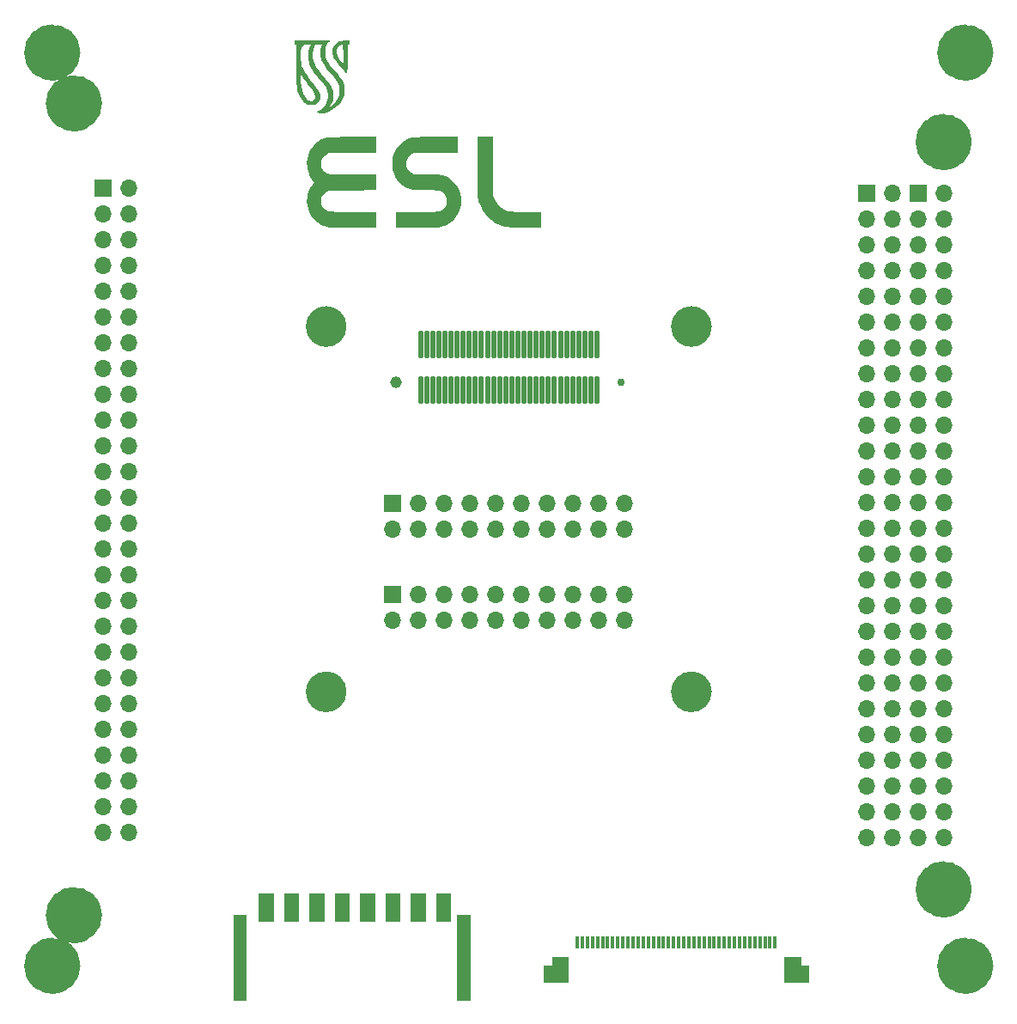
<source format=gbr>
%TF.GenerationSoftware,KiCad,Pcbnew,7.0.8*%
%TF.CreationDate,2024-04-10T10:35:42+02:00*%
%TF.ProjectId,ESLGSU_Adapter,45534c47-5355-45f4-9164-61707465722e,rev?*%
%TF.SameCoordinates,Original*%
%TF.FileFunction,Soldermask,Top*%
%TF.FilePolarity,Negative*%
%FSLAX46Y46*%
G04 Gerber Fmt 4.6, Leading zero omitted, Abs format (unit mm)*
G04 Created by KiCad (PCBNEW 7.0.8) date 2024-04-10 10:35:42*
%MOMM*%
%LPD*%
G01*
G04 APERTURE LIST*
G04 Aperture macros list*
%AMRoundRect*
0 Rectangle with rounded corners*
0 $1 Rounding radius*
0 $2 $3 $4 $5 $6 $7 $8 $9 X,Y pos of 4 corners*
0 Add a 4 corners polygon primitive as box body*
4,1,4,$2,$3,$4,$5,$6,$7,$8,$9,$2,$3,0*
0 Add four circle primitives for the rounded corners*
1,1,$1+$1,$2,$3*
1,1,$1+$1,$4,$5*
1,1,$1+$1,$6,$7*
1,1,$1+$1,$8,$9*
0 Add four rect primitives between the rounded corners*
20,1,$1+$1,$2,$3,$4,$5,0*
20,1,$1+$1,$4,$5,$6,$7,0*
20,1,$1+$1,$6,$7,$8,$9,0*
20,1,$1+$1,$8,$9,$2,$3,0*%
G04 Aperture macros list end*
%ADD10C,0.010000*%
%ADD11C,2.760000*%
%ADD12C,1.994406*%
%ADD13R,0.300000X1.200000*%
%ADD14C,3.200000*%
%ADD15R,1.700000X1.700000*%
%ADD16O,1.700000X1.700000*%
%ADD17C,2.200000*%
%ADD18C,1.150000*%
%ADD19C,0.750000*%
%ADD20RoundRect,0.102000X-0.175000X-1.225000X0.175000X-1.225000X0.175000X1.225000X-0.175000X1.225000X0*%
G04 APERTURE END LIST*
%TO.C,J1*%
D10*
X92850000Y-133562500D02*
X90450000Y-133562500D01*
X90450000Y-131962500D01*
X91250000Y-131962500D01*
X91250000Y-131162500D01*
X92850000Y-131162500D01*
X92850000Y-133562500D01*
G36*
X92850000Y-133562500D02*
G01*
X90450000Y-133562500D01*
X90450000Y-131962500D01*
X91250000Y-131962500D01*
X91250000Y-131162500D01*
X92850000Y-131162500D01*
X92850000Y-133562500D01*
G37*
X115750000Y-131962500D02*
X116550000Y-131962500D01*
X116550000Y-133562500D01*
X114150000Y-133562500D01*
X114150000Y-131162500D01*
X115750000Y-131162500D01*
X115750000Y-131962500D01*
G36*
X115750000Y-131962500D02*
G01*
X116550000Y-131962500D01*
X116550000Y-133562500D01*
X114150000Y-133562500D01*
X114150000Y-131162500D01*
X115750000Y-131162500D01*
X115750000Y-131962500D01*
G37*
%TO.C,H1*%
D11*
X43380000Y-42000000D02*
G75*
G03*
X43380000Y-42000000I-1380000J0D01*
G01*
%TO.C,H9*%
X45515000Y-127010000D02*
G75*
G03*
X45515000Y-127010000I-1380000J0D01*
G01*
%TO.C,J2*%
D10*
X61106200Y-135331200D02*
X59853800Y-135331200D01*
X59853800Y-126978800D01*
X61106200Y-126978800D01*
X61106200Y-135331200D01*
G36*
X61106200Y-135331200D02*
G01*
X59853800Y-135331200D01*
X59853800Y-126978800D01*
X61106200Y-126978800D01*
X61106200Y-135331200D01*
G37*
X63746200Y-127551200D02*
X62353800Y-127551200D01*
X62353800Y-124898800D01*
X63746200Y-124898800D01*
X63746200Y-127551200D01*
G36*
X63746200Y-127551200D02*
G01*
X62353800Y-127551200D01*
X62353800Y-124898800D01*
X63746200Y-124898800D01*
X63746200Y-127551200D01*
G37*
X66246200Y-127551200D02*
X64853800Y-127551200D01*
X64853800Y-124898800D01*
X66246200Y-124898800D01*
X66246200Y-127551200D01*
G36*
X66246200Y-127551200D02*
G01*
X64853800Y-127551200D01*
X64853800Y-124898800D01*
X66246200Y-124898800D01*
X66246200Y-127551200D01*
G37*
X68746200Y-127551200D02*
X67353800Y-127551200D01*
X67353800Y-124898800D01*
X68746200Y-124898800D01*
X68746200Y-127551200D01*
G36*
X68746200Y-127551200D02*
G01*
X67353800Y-127551200D01*
X67353800Y-124898800D01*
X68746200Y-124898800D01*
X68746200Y-127551200D01*
G37*
X71246200Y-127551200D02*
X69853800Y-127551200D01*
X69853800Y-124898800D01*
X71246200Y-124898800D01*
X71246200Y-127551200D01*
G36*
X71246200Y-127551200D02*
G01*
X69853800Y-127551200D01*
X69853800Y-124898800D01*
X71246200Y-124898800D01*
X71246200Y-127551200D01*
G37*
X73746200Y-127551200D02*
X72353800Y-127551200D01*
X72353800Y-124898800D01*
X73746200Y-124898800D01*
X73746200Y-127551200D01*
G36*
X73746200Y-127551200D02*
G01*
X72353800Y-127551200D01*
X72353800Y-124898800D01*
X73746200Y-124898800D01*
X73746200Y-127551200D01*
G37*
X76246200Y-127551200D02*
X74853800Y-127551200D01*
X74853800Y-124898800D01*
X76246200Y-124898800D01*
X76246200Y-127551200D01*
G36*
X76246200Y-127551200D02*
G01*
X74853800Y-127551200D01*
X74853800Y-124898800D01*
X76246200Y-124898800D01*
X76246200Y-127551200D01*
G37*
X78746200Y-127551200D02*
X77353800Y-127551200D01*
X77353800Y-124898800D01*
X78746200Y-124898800D01*
X78746200Y-127551200D01*
G36*
X78746200Y-127551200D02*
G01*
X77353800Y-127551200D01*
X77353800Y-124898800D01*
X78746200Y-124898800D01*
X78746200Y-127551200D01*
G37*
X81246200Y-127551200D02*
X79853800Y-127551200D01*
X79853800Y-124898800D01*
X81246200Y-124898800D01*
X81246200Y-127551200D01*
G36*
X81246200Y-127551200D02*
G01*
X79853800Y-127551200D01*
X79853800Y-124898800D01*
X81246200Y-124898800D01*
X81246200Y-127551200D01*
G37*
X83146200Y-135331200D02*
X81893800Y-135331200D01*
X81893800Y-126978800D01*
X83146200Y-126978800D01*
X83146200Y-135331200D01*
G36*
X83146200Y-135331200D02*
G01*
X81893800Y-135331200D01*
X81893800Y-126978800D01*
X83146200Y-126978800D01*
X83146200Y-135331200D01*
G37*
%TO.C,H3*%
D11*
X131245000Y-50810000D02*
G75*
G03*
X131245000Y-50810000I-1380000J0D01*
G01*
%TO.C,H7*%
X133380000Y-42000000D02*
G75*
G03*
X133380000Y-42000000I-1380000J0D01*
G01*
%TO.C,H4*%
X43380000Y-132000000D02*
G75*
G03*
X43380000Y-132000000I-1380000J0D01*
G01*
%TO.C,H11*%
D12*
X105997203Y-105000000D02*
G75*
G03*
X105997203Y-105000000I-997203J0D01*
G01*
%TO.C,G\u002A\u002A\u002A*%
G36*
X71277586Y-40991222D02*
G01*
X71273424Y-41118334D01*
X71255667Y-41182525D01*
X71216405Y-41204093D01*
X71194171Y-41205336D01*
X71171907Y-41207540D01*
X71154003Y-41219616D01*
X71139986Y-41249756D01*
X71129378Y-41306157D01*
X71121707Y-41397011D01*
X71116496Y-41530514D01*
X71113270Y-41714860D01*
X71111555Y-41958244D01*
X71110875Y-42268859D01*
X71110755Y-42644253D01*
X71109729Y-42987551D01*
X71106804Y-43300026D01*
X71102215Y-43572559D01*
X71096193Y-43796031D01*
X71088973Y-43961322D01*
X71080786Y-44059314D01*
X71073998Y-44083169D01*
X71029186Y-44052576D01*
X70957613Y-43975042D01*
X70919452Y-43926765D01*
X70842133Y-43832146D01*
X70724138Y-43697254D01*
X70582885Y-43541679D01*
X70465176Y-43415845D01*
X70202579Y-43130489D01*
X69998436Y-42886168D01*
X69846382Y-42671419D01*
X69740050Y-42474778D01*
X69673073Y-42284779D01*
X69639085Y-42089958D01*
X69631371Y-41914368D01*
X69631744Y-41909528D01*
X70031116Y-41909528D01*
X70061056Y-42087558D01*
X70094100Y-42194437D01*
X70150270Y-42325629D01*
X70234299Y-42481538D01*
X70334707Y-42645161D01*
X70440015Y-42799493D01*
X70538746Y-42927533D01*
X70619420Y-43012275D01*
X70663211Y-43037465D01*
X70672089Y-42998668D01*
X70679005Y-42888390D01*
X70683683Y-42718546D01*
X70685849Y-42501053D01*
X70685227Y-42247827D01*
X70684064Y-42133333D01*
X70672824Y-41226190D01*
X70548994Y-41235293D01*
X70374390Y-41289008D01*
X70222678Y-41421502D01*
X70120197Y-41581558D01*
X70050369Y-41751669D01*
X70031116Y-41909528D01*
X69631744Y-41909528D01*
X69651487Y-41653624D01*
X69718314Y-41441025D01*
X69843530Y-41249012D01*
X69970686Y-41113530D01*
X70124975Y-40985400D01*
X70290660Y-40896269D01*
X70488318Y-40838913D01*
X70738528Y-40806111D01*
X70870936Y-40797578D01*
X71277586Y-40777107D01*
X71277586Y-40991222D01*
G37*
G36*
X67969362Y-40788892D02*
G01*
X68312156Y-40790699D01*
X68619818Y-40793543D01*
X68883424Y-40797285D01*
X69094054Y-40801788D01*
X69242786Y-40806915D01*
X69320697Y-40812528D01*
X69330109Y-40814948D01*
X69322029Y-40859781D01*
X69271961Y-40944841D01*
X69228321Y-41003852D01*
X69062780Y-41276210D01*
X68955267Y-41591388D01*
X68909224Y-41929128D01*
X68928091Y-42269174D01*
X68977053Y-42482688D01*
X69043057Y-42665839D01*
X69130288Y-42844673D01*
X69247095Y-43031388D01*
X69401828Y-43238180D01*
X69602833Y-43477247D01*
X69832854Y-43732969D01*
X70109708Y-44042558D01*
X70329985Y-44309977D01*
X70500709Y-44547027D01*
X70628903Y-44765511D01*
X70721592Y-44977230D01*
X70785799Y-45193986D01*
X70824437Y-45399061D01*
X70843409Y-45797553D01*
X70782779Y-46182969D01*
X70646056Y-46549322D01*
X70436752Y-46890626D01*
X70158377Y-47200894D01*
X69814442Y-47474141D01*
X69498506Y-47659986D01*
X69246320Y-47781496D01*
X69009238Y-47881510D01*
X68802780Y-47954348D01*
X68642462Y-47994332D01*
X68569441Y-47999965D01*
X68492326Y-47987141D01*
X68370527Y-47958795D01*
X68302380Y-47940824D01*
X68181194Y-47904167D01*
X68096580Y-47872364D01*
X68075769Y-47860443D01*
X68076219Y-47815524D01*
X68154635Y-47763232D01*
X68285336Y-47713452D01*
X68440444Y-47635283D01*
X68613746Y-47502824D01*
X68784774Y-47335703D01*
X68933063Y-47153548D01*
X69024354Y-47004720D01*
X69150330Y-46698615D01*
X69211195Y-46401119D01*
X69205183Y-46104813D01*
X69130529Y-45802276D01*
X68985467Y-45486092D01*
X68768230Y-45148840D01*
X68502659Y-44813054D01*
X68217046Y-44472771D01*
X67982908Y-44182903D01*
X67793837Y-43933797D01*
X67643431Y-43715801D01*
X67525284Y-43519262D01*
X67432990Y-43334525D01*
X67360146Y-43151939D01*
X67320789Y-43031801D01*
X67235724Y-42647357D01*
X67207999Y-42257030D01*
X67218426Y-42120508D01*
X67683797Y-42120508D01*
X67699308Y-42489016D01*
X67777688Y-42851350D01*
X67830740Y-43000121D01*
X67919689Y-43201386D01*
X68023123Y-43394179D01*
X68150698Y-43592765D01*
X68312073Y-43811410D01*
X68516906Y-44064377D01*
X68685830Y-44263148D01*
X68971268Y-44603310D01*
X69200716Y-44897320D01*
X69380608Y-45154356D01*
X69517377Y-45383596D01*
X69615506Y-45589486D01*
X69663114Y-45724862D01*
X69692243Y-45867492D01*
X69706909Y-46044374D01*
X69710942Y-46231116D01*
X69701147Y-46511366D01*
X69662435Y-46734572D01*
X69586746Y-46924454D01*
X69466019Y-47104734D01*
X69379731Y-47205926D01*
X69289741Y-47313067D01*
X69263085Y-47366106D01*
X69300306Y-47365846D01*
X69401943Y-47313094D01*
X69437396Y-47291850D01*
X69710698Y-47083187D01*
X69944311Y-46821789D01*
X70130788Y-46522935D01*
X70262684Y-46201902D01*
X70332555Y-45873965D01*
X70332955Y-45554404D01*
X70321396Y-45477982D01*
X70274610Y-45275111D01*
X70208066Y-45083822D01*
X70114677Y-44892838D01*
X69987356Y-44690883D01*
X69819018Y-44466681D01*
X69602576Y-44208956D01*
X69340031Y-43916338D01*
X69047810Y-43579995D01*
X68820479Y-43277766D01*
X68651733Y-43000298D01*
X68535264Y-42738242D01*
X68524307Y-42706814D01*
X68482121Y-42568742D01*
X68456831Y-42441626D01*
X68445814Y-42299275D01*
X68446449Y-42115499D01*
X68451231Y-41976929D01*
X68469119Y-41711498D01*
X68498072Y-41502583D01*
X68536254Y-41363363D01*
X68536945Y-41361740D01*
X68604036Y-41205336D01*
X68280171Y-41205336D01*
X67956306Y-41205336D01*
X67840844Y-41446911D01*
X67731020Y-41766312D01*
X67683797Y-42120508D01*
X67218426Y-42120508D01*
X67236776Y-41880233D01*
X67321213Y-41536382D01*
X67392832Y-41364780D01*
X67471718Y-41205336D01*
X67149753Y-41205336D01*
X66963409Y-41210355D01*
X66837436Y-41235300D01*
X66748946Y-41295002D01*
X66675051Y-41404290D01*
X66600285Y-41561376D01*
X66555317Y-41680343D01*
X66524616Y-41813808D01*
X66504673Y-41983750D01*
X66491979Y-42212146D01*
X66490652Y-42248029D01*
X66492496Y-42626741D01*
X66529640Y-42974447D01*
X66607167Y-43303230D01*
X66730161Y-43625175D01*
X66903705Y-43952365D01*
X67132882Y-44296885D01*
X67422777Y-44670817D01*
X67597381Y-44878771D01*
X67847029Y-45175981D01*
X68042918Y-45425295D01*
X68190860Y-45637207D01*
X68296670Y-45822207D01*
X68366162Y-45990789D01*
X68405148Y-46153444D01*
X68419443Y-46320666D01*
X68419845Y-46363101D01*
X68412325Y-46526515D01*
X68383518Y-46645990D01*
X68322298Y-46760382D01*
X68294164Y-46802090D01*
X68117757Y-46986296D01*
X67894046Y-47109215D01*
X67635704Y-47167534D01*
X67355404Y-47157938D01*
X67138553Y-47104235D01*
X66929198Y-46992813D01*
X66726074Y-46808787D01*
X66536886Y-46562958D01*
X66369337Y-46266125D01*
X66231132Y-45929089D01*
X66177832Y-45757464D01*
X66157734Y-45682186D01*
X66140813Y-45607021D01*
X66126733Y-45524127D01*
X66115159Y-45425660D01*
X66105759Y-45303780D01*
X66098196Y-45150644D01*
X66092136Y-44958410D01*
X66087246Y-44719236D01*
X66083191Y-44425280D01*
X66083107Y-44416831D01*
X66482722Y-44416831D01*
X66499620Y-44885607D01*
X66552087Y-45317490D01*
X66637493Y-45705882D01*
X66753211Y-46044182D01*
X66896611Y-46325791D01*
X67065062Y-46544108D01*
X67255938Y-46692535D01*
X67413978Y-46754439D01*
X67507345Y-46777116D01*
X67555738Y-46789642D01*
X67556512Y-46789901D01*
X67598639Y-46778332D01*
X67687308Y-46744343D01*
X67707272Y-46736095D01*
X67840049Y-46640799D01*
X67908053Y-46493826D01*
X67910706Y-46296761D01*
X67896167Y-46216593D01*
X67866682Y-46106844D01*
X67824426Y-45997461D01*
X67762617Y-45877486D01*
X67674470Y-45735964D01*
X67553202Y-45561936D01*
X67392030Y-45344445D01*
X67203072Y-45097062D01*
X67044549Y-44888323D01*
X66893734Y-44684420D01*
X66762496Y-44501792D01*
X66662705Y-44356873D01*
X66618155Y-44287067D01*
X66484011Y-44062315D01*
X66482722Y-44416831D01*
X66083107Y-44416831D01*
X66079636Y-44068699D01*
X66076246Y-43641652D01*
X66073970Y-43322003D01*
X66070587Y-42847782D01*
X66067392Y-42450222D01*
X66064081Y-42122571D01*
X66060348Y-41858074D01*
X66055888Y-41649980D01*
X66050395Y-41491535D01*
X66043565Y-41375986D01*
X66035091Y-41296581D01*
X66024669Y-41246567D01*
X66011994Y-41219190D01*
X65996759Y-41207697D01*
X65978660Y-41205337D01*
X65978271Y-41205336D01*
X65929577Y-41193599D01*
X65905301Y-41144864D01*
X65897565Y-41038848D01*
X65897290Y-40996798D01*
X65897290Y-40788259D01*
X67600356Y-40788259D01*
X67969362Y-40788892D01*
G37*
%TO.C,H12*%
X69997203Y-105000000D02*
G75*
G03*
X69997203Y-105000000I-997203J0D01*
G01*
%TO.C,H5*%
D11*
X131245000Y-124470000D02*
G75*
G03*
X131245000Y-124470000I-1380000J0D01*
G01*
%TO.C,H6*%
D12*
X69997203Y-69000000D02*
G75*
G03*
X69997203Y-69000000I-997203J0D01*
G01*
%TO.C,H2*%
D11*
X133380000Y-132000000D02*
G75*
G03*
X133380000Y-132000000I-1380000J0D01*
G01*
%TO.C,G\u002A\u002A\u002A*%
G36*
X85463879Y-53199749D02*
G01*
X85470783Y-56087851D01*
X85539159Y-56272047D01*
X85681845Y-56593144D01*
X85856826Y-56875222D01*
X86063630Y-57117833D01*
X86301783Y-57320527D01*
X86570814Y-57482856D01*
X86870248Y-57604372D01*
X86975402Y-57635371D01*
X87020291Y-57646981D01*
X87064919Y-57656881D01*
X87113702Y-57665243D01*
X87171056Y-57672238D01*
X87241398Y-57678039D01*
X87329145Y-57682816D01*
X87438712Y-57686741D01*
X87574516Y-57689987D01*
X87740973Y-57692724D01*
X87942501Y-57695124D01*
X88183515Y-57697360D01*
X88468431Y-57699602D01*
X88664910Y-57701040D01*
X90150402Y-57711760D01*
X90150402Y-58474555D01*
X90150402Y-59237349D01*
X88626657Y-59234826D01*
X88259274Y-59233810D01*
X87940496Y-59232028D01*
X87667925Y-59229435D01*
X87439169Y-59225980D01*
X87251831Y-59221618D01*
X87103517Y-59216300D01*
X86991831Y-59209979D01*
X86914377Y-59202606D01*
X86898896Y-59200409D01*
X86599244Y-59137558D01*
X86290019Y-59043644D01*
X85988508Y-58925039D01*
X85711995Y-58788115D01*
X85598472Y-58721058D01*
X85256404Y-58477417D01*
X84945365Y-58196823D01*
X84668815Y-57883821D01*
X84430209Y-57542957D01*
X84233005Y-57178776D01*
X84080662Y-56795822D01*
X84044193Y-56677851D01*
X84023005Y-56603374D01*
X84004039Y-56532509D01*
X83987172Y-56462143D01*
X83972281Y-56389164D01*
X83959243Y-56310459D01*
X83947936Y-56222917D01*
X83938235Y-56123425D01*
X83930018Y-56008871D01*
X83923163Y-55876143D01*
X83917546Y-55722129D01*
X83913044Y-55543716D01*
X83909534Y-55337792D01*
X83906893Y-55101245D01*
X83904999Y-54830964D01*
X83903727Y-54523834D01*
X83902956Y-54176745D01*
X83902563Y-53786584D01*
X83902423Y-53350240D01*
X83902410Y-53090059D01*
X83902410Y-50311647D01*
X84679692Y-50311647D01*
X85456975Y-50311647D01*
X85463879Y-53199749D01*
G37*
G36*
X73905623Y-51088294D02*
G01*
X73905623Y-51866216D01*
X71602725Y-51873118D01*
X69299828Y-51880020D01*
X69107595Y-51975036D01*
X68906928Y-52100032D01*
X68743658Y-52259116D01*
X68615069Y-52455055D01*
X68593171Y-52499124D01*
X68556063Y-52581414D01*
X68532354Y-52649852D01*
X68519078Y-52720489D01*
X68513266Y-52809375D01*
X68511949Y-52932561D01*
X68511948Y-52938353D01*
X68513162Y-53063345D01*
X68518738Y-53153209D01*
X68531576Y-53223800D01*
X68554579Y-53290974D01*
X68590645Y-53370585D01*
X68591268Y-53371888D01*
X68705639Y-53566373D01*
X68846513Y-53721706D01*
X69021828Y-53846238D01*
X69064012Y-53869390D01*
X69148932Y-53912241D01*
X69219890Y-53941369D01*
X69292013Y-53960462D01*
X69380429Y-53973209D01*
X69500265Y-53983300D01*
X69543316Y-53986274D01*
X69615694Y-53989447D01*
X69734479Y-53992506D01*
X69895072Y-53995407D01*
X70092877Y-53998108D01*
X70323295Y-54000567D01*
X70581730Y-54002741D01*
X70863583Y-54004588D01*
X71164257Y-54006065D01*
X71479155Y-54007129D01*
X71803679Y-54007739D01*
X71871838Y-54007805D01*
X73905623Y-54009438D01*
X73905623Y-54786851D01*
X73905623Y-55564264D01*
X71604067Y-55571038D01*
X69302510Y-55577811D01*
X69131052Y-55659035D01*
X68921612Y-55783383D01*
X68752783Y-55937504D01*
X68626130Y-56118773D01*
X68543220Y-56324567D01*
X68505618Y-56552261D01*
X68505945Y-56706534D01*
X68544459Y-56933868D01*
X68628683Y-57141288D01*
X68755784Y-57324540D01*
X68922929Y-57479366D01*
X69088925Y-57582662D01*
X69146701Y-57611680D01*
X69196740Y-57633341D01*
X69248086Y-57649068D01*
X69309784Y-57660283D01*
X69390879Y-57668412D01*
X69500416Y-57674876D01*
X69647439Y-57681099D01*
X69736044Y-57684498D01*
X69844047Y-57687634D01*
X69997501Y-57690664D01*
X70190854Y-57693538D01*
X70418553Y-57696208D01*
X70675046Y-57698625D01*
X70954779Y-57700739D01*
X71252201Y-57702501D01*
X71561759Y-57703862D01*
X71877900Y-57704773D01*
X72063103Y-57705078D01*
X73905623Y-57707229D01*
X73905623Y-58472007D01*
X73905623Y-59236785D01*
X71731577Y-59243442D01*
X71396959Y-59244264D01*
X71072671Y-59244667D01*
X70762948Y-59244670D01*
X70472026Y-59244290D01*
X70204143Y-59243545D01*
X69963533Y-59242452D01*
X69754434Y-59241030D01*
X69581082Y-59239295D01*
X69447713Y-59237265D01*
X69358563Y-59234959D01*
X69328012Y-59233446D01*
X69072330Y-59195313D01*
X68804478Y-59119757D01*
X68540471Y-59011863D01*
X68398406Y-58938160D01*
X68163241Y-58781142D01*
X67935722Y-58583034D01*
X67724586Y-58353739D01*
X67538571Y-58103160D01*
X67386413Y-57841199D01*
X67336706Y-57734800D01*
X67218010Y-57398502D01*
X67143456Y-57043739D01*
X67113664Y-56678639D01*
X67129252Y-56311325D01*
X67190840Y-55949925D01*
X67198437Y-55918858D01*
X67254663Y-55740157D01*
X67336459Y-55539963D01*
X67435630Y-55335013D01*
X67543982Y-55142043D01*
X67653321Y-54977789D01*
X67669906Y-54955878D01*
X67814750Y-54768412D01*
X67739707Y-54688574D01*
X67578081Y-54485941D01*
X67434007Y-54244565D01*
X67311821Y-53974964D01*
X67215859Y-53687656D01*
X67150458Y-53393159D01*
X67126180Y-53200418D01*
X67117340Y-52825589D01*
X67154205Y-52463442D01*
X67234559Y-52117363D01*
X67356187Y-51790735D01*
X67516872Y-51486941D01*
X67714398Y-51209365D01*
X67946549Y-50961391D01*
X68211109Y-50746403D01*
X68505863Y-50567784D01*
X68828594Y-50428918D01*
X68970984Y-50383540D01*
X69175000Y-50324920D01*
X71540312Y-50317646D01*
X73905623Y-50310373D01*
X73905623Y-51088294D01*
G37*
G36*
X81964257Y-51088368D02*
G01*
X81964257Y-51865090D01*
X79828464Y-51872555D01*
X77692671Y-51880020D01*
X77523762Y-51960051D01*
X77324399Y-52079991D01*
X77161277Y-52229964D01*
X77035513Y-52403804D01*
X76948224Y-52595345D01*
X76900528Y-52798420D01*
X76893542Y-53006865D01*
X76928385Y-53214512D01*
X77006173Y-53415196D01*
X77128025Y-53602751D01*
X77209583Y-53693455D01*
X77314490Y-53780298D01*
X77446369Y-53864015D01*
X77584030Y-53932462D01*
X77692671Y-53970307D01*
X77732917Y-53974522D01*
X77818881Y-53979214D01*
X77945279Y-53984229D01*
X78106828Y-53989413D01*
X78298245Y-53994610D01*
X78514248Y-53999667D01*
X78749553Y-54004430D01*
X78998878Y-54008743D01*
X79018775Y-54009057D01*
X79305433Y-54013639D01*
X79545977Y-54017823D01*
X79745296Y-54021862D01*
X79908277Y-54026013D01*
X80039806Y-54030530D01*
X80144771Y-54035668D01*
X80228059Y-54041681D01*
X80294557Y-54048826D01*
X80349152Y-54057357D01*
X80396732Y-54067530D01*
X80442183Y-54079598D01*
X80457923Y-54084150D01*
X80796206Y-54209058D01*
X81108512Y-54376553D01*
X81391672Y-54583747D01*
X81642518Y-54827750D01*
X81857881Y-55105675D01*
X82034590Y-55414633D01*
X82112236Y-55591865D01*
X82222398Y-55932338D01*
X82287250Y-56274812D01*
X82308847Y-56615617D01*
X82289245Y-56951085D01*
X82230502Y-57277546D01*
X82134673Y-57591330D01*
X82003813Y-57888768D01*
X81839980Y-58166191D01*
X81645229Y-58419929D01*
X81421617Y-58646313D01*
X81171199Y-58841672D01*
X80896032Y-59002339D01*
X80598171Y-59124643D01*
X80279673Y-59204915D01*
X80072554Y-59231982D01*
X80013421Y-59234775D01*
X79907694Y-59237270D01*
X79759780Y-59239445D01*
X79574088Y-59241277D01*
X79355025Y-59242741D01*
X79106999Y-59243816D01*
X78834420Y-59244479D01*
X78541695Y-59244706D01*
X78233233Y-59244474D01*
X77913441Y-59243761D01*
X77852059Y-59243570D01*
X75843775Y-59237040D01*
X75843775Y-58472135D01*
X75843775Y-57707229D01*
X77750050Y-57706117D01*
X78150747Y-57705749D01*
X78503840Y-57705039D01*
X78812731Y-57703831D01*
X79080819Y-57701970D01*
X79311506Y-57699303D01*
X79508191Y-57695675D01*
X79674275Y-57690930D01*
X79813159Y-57684914D01*
X79928243Y-57677472D01*
X80022927Y-57668450D01*
X80100612Y-57657693D01*
X80164699Y-57645046D01*
X80218588Y-57630354D01*
X80265679Y-57613463D01*
X80309373Y-57594219D01*
X80319803Y-57589197D01*
X80500142Y-57475204D01*
X80660203Y-57323379D01*
X80787617Y-57146279D01*
X80823606Y-57077713D01*
X80860272Y-56996887D01*
X80884053Y-56930147D01*
X80897703Y-56862248D01*
X80903971Y-56777950D01*
X80905610Y-56662009D01*
X80905616Y-56623394D01*
X80904483Y-56496436D01*
X80899588Y-56405482D01*
X80888194Y-56335539D01*
X80867560Y-56271618D01*
X80834949Y-56198727D01*
X80823839Y-56175778D01*
X80731753Y-56025518D01*
X80608666Y-55878386D01*
X80471840Y-55754011D01*
X80420829Y-55717453D01*
X80354454Y-55681952D01*
X80262475Y-55642637D01*
X80191868Y-55617175D01*
X80153003Y-55605398D01*
X80111193Y-55595524D01*
X80061567Y-55587333D01*
X79999254Y-55580608D01*
X79919381Y-55575130D01*
X79817077Y-55570682D01*
X79687471Y-55567043D01*
X79525690Y-55563997D01*
X79326865Y-55561325D01*
X79086122Y-55558808D01*
X78840261Y-55556588D01*
X78544745Y-55553895D01*
X78294855Y-55551016D01*
X78085218Y-55547423D01*
X77910457Y-55542593D01*
X77765197Y-55535999D01*
X77644063Y-55527118D01*
X77541679Y-55515423D01*
X77452669Y-55500389D01*
X77371658Y-55481492D01*
X77293271Y-55458205D01*
X77212132Y-55430005D01*
X77122865Y-55396365D01*
X77096528Y-55386226D01*
X76845457Y-55266840D01*
X76596181Y-55106127D01*
X76359586Y-54912949D01*
X76146559Y-54696165D01*
X75972599Y-54471504D01*
X75831073Y-54231472D01*
X75706536Y-53960481D01*
X75607729Y-53677904D01*
X75595845Y-53636354D01*
X75570436Y-53541172D01*
X75552097Y-53459265D01*
X75539732Y-53379195D01*
X75532247Y-53289526D01*
X75528545Y-53178823D01*
X75527531Y-53035647D01*
X75527772Y-52925602D01*
X75529437Y-52746637D01*
X75533464Y-52607987D01*
X75540743Y-52498982D01*
X75552167Y-52408956D01*
X75568627Y-52327240D01*
X75582177Y-52274516D01*
X75706492Y-51905032D01*
X75867119Y-51570360D01*
X76063495Y-51271223D01*
X76295055Y-51008346D01*
X76561234Y-50782450D01*
X76861469Y-50594260D01*
X76914745Y-50566629D01*
X76999198Y-50524458D01*
X77077498Y-50487219D01*
X77153247Y-50454606D01*
X77230047Y-50426311D01*
X77311499Y-50402027D01*
X77401206Y-50381449D01*
X77502770Y-50364268D01*
X77619793Y-50350177D01*
X77755877Y-50338870D01*
X77914623Y-50330040D01*
X78099635Y-50323380D01*
X78314513Y-50318583D01*
X78562860Y-50315341D01*
X78848277Y-50313348D01*
X79174368Y-50312297D01*
X79544733Y-50311881D01*
X79904970Y-50311797D01*
X81964257Y-50311647D01*
X81964257Y-51088368D01*
G37*
%TO.C,H10*%
D12*
X105997203Y-69000000D02*
G75*
G03*
X105997203Y-69000000I-997203J0D01*
G01*
%TO.C,H8*%
D11*
X45515000Y-47000000D02*
G75*
G03*
X45515000Y-47000000I-1380000J0D01*
G01*
%TD*%
D13*
%TO.C,J1*%
X93750000Y-129662500D03*
X94250000Y-129662500D03*
X94750000Y-129662500D03*
X95250000Y-129662500D03*
X95750000Y-129662500D03*
X96250000Y-129662500D03*
X96750000Y-129662500D03*
X97250000Y-129662500D03*
X97750000Y-129662500D03*
X98250000Y-129662500D03*
X98750000Y-129662500D03*
X99250000Y-129662500D03*
X99750000Y-129662500D03*
X100250000Y-129662500D03*
X100750000Y-129662500D03*
X101250000Y-129662500D03*
X101750000Y-129662500D03*
X102250000Y-129662500D03*
X102750000Y-129662500D03*
X103250000Y-129662500D03*
X103750000Y-129662500D03*
X104250000Y-129662500D03*
X104750000Y-129662500D03*
X105250000Y-129662500D03*
X105750000Y-129662500D03*
X106250000Y-129662500D03*
X106750000Y-129662500D03*
X107250000Y-129662500D03*
X107750000Y-129662500D03*
X108250000Y-129662500D03*
X108750000Y-129662500D03*
X109250000Y-129662500D03*
X109750000Y-129662500D03*
X110250000Y-129662500D03*
X110750000Y-129662500D03*
X111250000Y-129662500D03*
X111750000Y-129662500D03*
X112250000Y-129662500D03*
X112750000Y-129662500D03*
X113250000Y-129662500D03*
%TD*%
D14*
%TO.C,H1*%
X42000000Y-42000000D03*
%TD*%
%TO.C,H9*%
X44135000Y-127010000D03*
%TD*%
D15*
%TO.C,J5*%
X122245000Y-55890000D03*
D16*
X124785000Y-55890000D03*
X122245000Y-58430000D03*
X124785000Y-58430000D03*
X122245000Y-60970000D03*
X124785000Y-60970000D03*
X122245000Y-63510000D03*
X124785000Y-63510000D03*
X122245000Y-66050000D03*
X124785000Y-66050000D03*
X122245000Y-68590000D03*
X124785000Y-68590000D03*
X122245000Y-71130000D03*
X124785000Y-71130000D03*
X122245000Y-73670000D03*
X124785000Y-73670000D03*
X122245000Y-76210000D03*
X124785000Y-76210000D03*
X122245000Y-78750000D03*
X124785000Y-78750000D03*
X122245000Y-81290000D03*
X124785000Y-81290000D03*
X122245000Y-83830000D03*
X124785000Y-83830000D03*
X122245000Y-86370000D03*
X124785000Y-86370000D03*
X122245000Y-88910000D03*
X124785000Y-88910000D03*
X122245000Y-91450000D03*
X124785000Y-91450000D03*
X122245000Y-93990000D03*
X124785000Y-93990000D03*
X122245000Y-96530000D03*
X124785000Y-96530000D03*
X122245000Y-99070000D03*
X124785000Y-99070000D03*
X122245000Y-101610000D03*
X124785000Y-101610000D03*
X122245000Y-104150000D03*
X124785000Y-104150000D03*
X122245000Y-106690000D03*
X124785000Y-106690000D03*
X122245000Y-109230000D03*
X124785000Y-109230000D03*
X122245000Y-111770000D03*
X124785000Y-111770000D03*
X122245000Y-114310000D03*
X124785000Y-114310000D03*
X122245000Y-116850000D03*
X124785000Y-116850000D03*
X122245000Y-119390000D03*
X124785000Y-119390000D03*
%TD*%
D14*
%TO.C,H3*%
X129865000Y-50810000D03*
%TD*%
%TO.C,H7*%
X132000000Y-42000000D03*
%TD*%
%TO.C,H4*%
X42000000Y-132000000D03*
%TD*%
D17*
%TO.C,H11*%
X105000000Y-105000000D03*
%TD*%
%TO.C,H12*%
X69000000Y-105000000D03*
%TD*%
D14*
%TO.C,H5*%
X129865000Y-124470000D03*
%TD*%
D15*
%TO.C,J6*%
X127325000Y-55890000D03*
D16*
X129865000Y-55890000D03*
X127325000Y-58430000D03*
X129865000Y-58430000D03*
X127325000Y-60970000D03*
X129865000Y-60970000D03*
X127325000Y-63510000D03*
X129865000Y-63510000D03*
X127325000Y-66050000D03*
X129865000Y-66050000D03*
X127325000Y-68590000D03*
X129865000Y-68590000D03*
X127325000Y-71130000D03*
X129865000Y-71130000D03*
X127325000Y-73670000D03*
X129865000Y-73670000D03*
X127325000Y-76210000D03*
X129865000Y-76210000D03*
X127325000Y-78750000D03*
X129865000Y-78750000D03*
X127325000Y-81290000D03*
X129865000Y-81290000D03*
X127325000Y-83830000D03*
X129865000Y-83830000D03*
X127325000Y-86370000D03*
X129865000Y-86370000D03*
X127325000Y-88910000D03*
X129865000Y-88910000D03*
X127325000Y-91450000D03*
X129865000Y-91450000D03*
X127325000Y-93990000D03*
X129865000Y-93990000D03*
X127325000Y-96530000D03*
X129865000Y-96530000D03*
X127325000Y-99070000D03*
X129865000Y-99070000D03*
X127325000Y-101610000D03*
X129865000Y-101610000D03*
X127325000Y-104150000D03*
X129865000Y-104150000D03*
X127325000Y-106690000D03*
X129865000Y-106690000D03*
X127325000Y-109230000D03*
X129865000Y-109230000D03*
X127325000Y-111770000D03*
X129865000Y-111770000D03*
X127325000Y-114310000D03*
X129865000Y-114310000D03*
X127325000Y-116850000D03*
X129865000Y-116850000D03*
X127325000Y-119390000D03*
X129865000Y-119390000D03*
%TD*%
D17*
%TO.C,H6*%
X69000000Y-69000000D03*
%TD*%
D18*
%TO.C,J8*%
X75900000Y-74500000D03*
D19*
X98100000Y-74500000D03*
D20*
X78300000Y-75225000D03*
X78300000Y-70775000D03*
X78900000Y-75225000D03*
X78900000Y-70775000D03*
X79500000Y-75225000D03*
X79500000Y-70775000D03*
X80100000Y-75225000D03*
X80100000Y-70775000D03*
X80700000Y-75225000D03*
X80700000Y-70775000D03*
X81300000Y-75225000D03*
X81300000Y-70775000D03*
X81900000Y-75225000D03*
X81900000Y-70775000D03*
X82500000Y-75225000D03*
X82500000Y-70775000D03*
X83100000Y-75225000D03*
X83100000Y-70775000D03*
X83700000Y-75225000D03*
X83700000Y-70775000D03*
X84300000Y-75225000D03*
X84300000Y-70775000D03*
X84900000Y-75225000D03*
X84900000Y-70775000D03*
X85500000Y-75225000D03*
X85500000Y-70775000D03*
X86100000Y-75225000D03*
X86100000Y-70775000D03*
X86700000Y-75225000D03*
X86700000Y-70775000D03*
X87300000Y-75225000D03*
X87300000Y-70775000D03*
X87900000Y-75225000D03*
X87900000Y-70775000D03*
X88500000Y-75225000D03*
X88500000Y-70775000D03*
X89100000Y-75225000D03*
X89100000Y-70775000D03*
X89700000Y-75225000D03*
X89700000Y-70775000D03*
X90300000Y-75225000D03*
X90300000Y-70775000D03*
X90900000Y-75225000D03*
X90900000Y-70775000D03*
X91500000Y-75225000D03*
X91500000Y-70775000D03*
X92100000Y-75225000D03*
X92100000Y-70775000D03*
X92700000Y-75225000D03*
X92700000Y-70775000D03*
X93300000Y-75225000D03*
X93300000Y-70775000D03*
X93900000Y-75225000D03*
X93900000Y-70775000D03*
X94500000Y-75225000D03*
X94500000Y-70775000D03*
X95100000Y-75225000D03*
X95100000Y-70775000D03*
X95700000Y-75225000D03*
X95700000Y-70775000D03*
%TD*%
D14*
%TO.C,H2*%
X132000000Y-132000000D03*
%TD*%
D15*
%TO.C,J7*%
X75570000Y-86460000D03*
D16*
X78110000Y-86460000D03*
X80650000Y-86460000D03*
X83190000Y-86460000D03*
X85730000Y-86460000D03*
X88270000Y-86460000D03*
X90810000Y-86460000D03*
X93350000Y-86460000D03*
X95890000Y-86460000D03*
X98430000Y-86460000D03*
X98430000Y-89000000D03*
X95890000Y-89000000D03*
X93350000Y-89000000D03*
X90810000Y-89000000D03*
X88270000Y-89000000D03*
X85730000Y-89000000D03*
X83190000Y-89000000D03*
X80650000Y-89000000D03*
X78110000Y-89000000D03*
X75570000Y-89000000D03*
%TD*%
D17*
%TO.C,H10*%
X105000000Y-69000000D03*
%TD*%
D15*
%TO.C,J4*%
X75570000Y-95380000D03*
D16*
X78110000Y-95380000D03*
X80650000Y-95380000D03*
X83190000Y-95380000D03*
X85730000Y-95380000D03*
X88270000Y-95380000D03*
X90810000Y-95380000D03*
X93350000Y-95380000D03*
X95890000Y-95380000D03*
X98430000Y-95380000D03*
X98430000Y-97920000D03*
X95890000Y-97920000D03*
X93350000Y-97920000D03*
X90810000Y-97920000D03*
X88270000Y-97920000D03*
X85730000Y-97920000D03*
X83190000Y-97920000D03*
X80650000Y-97920000D03*
X78110000Y-97920000D03*
X75570000Y-97920000D03*
%TD*%
D15*
%TO.C,J3*%
X46990000Y-55346600D03*
D16*
X49530000Y-55346600D03*
X46990000Y-57886600D03*
X49530000Y-57886600D03*
X46990000Y-60426600D03*
X49530000Y-60426600D03*
X46990000Y-62966600D03*
X49530000Y-62966600D03*
X46990000Y-65506600D03*
X49530000Y-65506600D03*
X46990000Y-68046600D03*
X49530000Y-68046600D03*
X46990000Y-70586600D03*
X49530000Y-70586600D03*
X46990000Y-73126600D03*
X49530000Y-73126600D03*
X46990000Y-75666600D03*
X49530000Y-75666600D03*
X46990000Y-78206600D03*
X49530000Y-78206600D03*
X46990000Y-80746600D03*
X49530000Y-80746600D03*
X46990000Y-83286600D03*
X49530000Y-83286600D03*
X46990000Y-85826600D03*
X49530000Y-85826600D03*
X46990000Y-88366600D03*
X49530000Y-88366600D03*
X46990000Y-90906600D03*
X49530000Y-90906600D03*
X46990000Y-93446600D03*
X49530000Y-93446600D03*
X46990000Y-95986600D03*
X49530000Y-95986600D03*
X46990000Y-98526600D03*
X49530000Y-98526600D03*
X46990000Y-101066600D03*
X49530000Y-101066600D03*
X46990000Y-103606600D03*
X49530000Y-103606600D03*
X46990000Y-106146600D03*
X49530000Y-106146600D03*
X46990000Y-108686600D03*
X49530000Y-108686600D03*
X46990000Y-111226600D03*
X49530000Y-111226600D03*
X46990000Y-113766600D03*
X49530000Y-113766600D03*
X46990000Y-116306600D03*
X49530000Y-116306600D03*
X46990000Y-118846600D03*
X49530000Y-118846600D03*
%TD*%
D14*
%TO.C,H8*%
X44135000Y-47000000D03*
%TD*%
M02*

</source>
